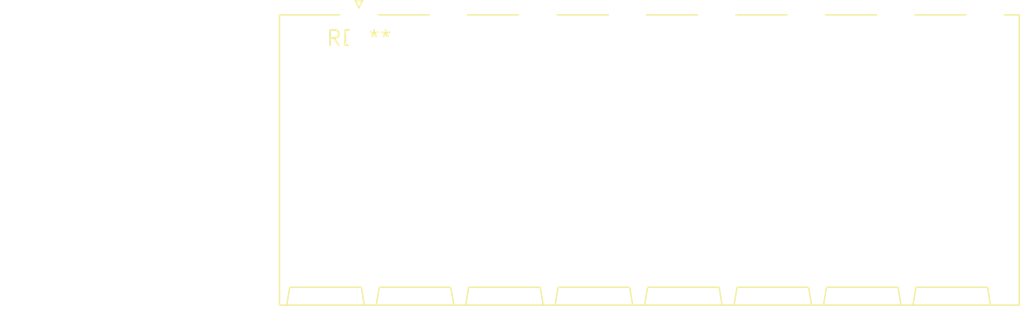
<source format=kicad_pcb>
(kicad_pcb (version 20240108) (generator pcbnew)
  (layers (0 "F.Cu" signal) (31 "B.Cu" signal) (34 "B.Paste" user) (35 "F.Paste" user) (36 "B.SilkS" user "B.Silkscreen") (37 "F.SilkS" user "F.Silkscreen") (38 "B.Mask" user) (39 "F.Mask" user) (44 "Edge.Cuts" user))
  (net 0 "")
  (footprint "PhoenixContact_SPT_5_8-H-7.5-ZB_1x08_P7.5mm_Horizontal" (layer "F.Cu") (at 0 0)
    (property "Reference" "REF**")
    (property "Value" "PhoenixContact_SPT_5_8-H-7.5-ZB_1x08_P7.5mm_Horizontal")
    (fp_line (start -6.66 -1.96) (end -1.6 -1.96) (layer "F.SilkS") (stroke (width 0.12)))
    (fp_line (start -6.66 22.41) (end -6.66 -1.96) (layer "F.SilkS") (stroke (width 0.12)))
    (fp_line (start -6.05 22.41) (end -5.8 20.91) (layer "F.SilkS") (stroke (width 0.12)))
    (fp_line (start -5.8 20.91) (end 0.2 20.91) (layer "F.SilkS") (stroke (width 0.12)))
    (fp_line (start -0.3 -3.15) (end 0 -2.55) (layer "F.SilkS") (stroke (width 0.12)))
    (fp_line (start -0.3 -3.15) (end 0.3 -3.15) (layer "F.SilkS") (stroke (width 0.12)))
    (fp_line (start 0.3 -3.15) (end 0 -2.55) (layer "F.SilkS") (stroke (width 0.12)))
    (fp_line (start 0.45 22.41) (end 0.2 20.91) (layer "F.SilkS") (stroke (width 0.12)))
    (fp_line (start 1.45 22.41) (end 1.7 20.91) (layer "F.SilkS") (stroke (width 0.12)))
    (fp_line (start 1.6 -1.96) (end 5.9 -1.96) (layer "F.SilkS") (stroke (width 0.12)))
    (fp_line (start 1.7 20.91) (end 7.7 20.91) (layer "F.SilkS") (stroke (width 0.12)))
    (fp_line (start 7.95 22.41) (end 7.7 20.91) (layer "F.SilkS") (stroke (width 0.12)))
    (fp_line (start 8.95 22.41) (end 9.2 20.91) (layer "F.SilkS") (stroke (width 0.12)))
    (fp_line (start 9.1 -1.96) (end 13.4 -1.96) (layer "F.SilkS") (stroke (width 0.12)))
    (fp_line (start 9.2 20.91) (end 15.2 20.91) (layer "F.SilkS") (stroke (width 0.12)))
    (fp_line (start 15.45 22.41) (end 15.2 20.91) (layer "F.SilkS") (stroke (width 0.12)))
    (fp_line (start 16.45 22.41) (end 16.7 20.91) (layer "F.SilkS") (stroke (width 0.12)))
    (fp_line (start 16.6 -1.96) (end 20.9 -1.96) (layer "F.SilkS") (stroke (width 0.12)))
    (fp_line (start 16.7 20.91) (end 22.7 20.91) (layer "F.SilkS") (stroke (width 0.12)))
    (fp_line (start 22.95 22.41) (end 22.7 20.91) (layer "F.SilkS") (stroke (width 0.12)))
    (fp_line (start 23.95 22.41) (end 24.2 20.91) (layer "F.SilkS") (stroke (width 0.12)))
    (fp_line (start 24.1 -1.96) (end 28.4 -1.96) (layer "F.SilkS") (stroke (width 0.12)))
    (fp_line (start 24.2 20.91) (end 30.2 20.91) (layer "F.SilkS") (stroke (width 0.12)))
    (fp_line (start 30.45 22.41) (end 30.2 20.91) (layer "F.SilkS") (stroke (width 0.12)))
    (fp_line (start 31.45 22.41) (end 31.7 20.91) (layer "F.SilkS") (stroke (width 0.12)))
    (fp_line (start 31.6 -1.96) (end 35.9 -1.96) (layer "F.SilkS") (stroke (width 0.12)))
    (fp_line (start 31.7 20.91) (end 37.7 20.91) (layer "F.SilkS") (stroke (width 0.12)))
    (fp_line (start 37.95 22.41) (end 37.7 20.91) (layer "F.SilkS") (stroke (width 0.12)))
    (fp_line (start 38.95 22.41) (end 39.2 20.91) (layer "F.SilkS") (stroke (width 0.12)))
    (fp_line (start 39.1 -1.96) (end 43.4 -1.96) (layer "F.SilkS") (stroke (width 0.12)))
    (fp_line (start 39.2 20.91) (end 45.2 20.91) (layer "F.SilkS") (stroke (width 0.12)))
    (fp_line (start 45.45 22.41) (end 45.2 20.91) (layer "F.SilkS") (stroke (width 0.12)))
    (fp_line (start 46.45 22.41) (end 46.7 20.91) (layer "F.SilkS") (stroke (width 0.12)))
    (fp_line (start 46.6 -1.96) (end 50.9 -1.96) (layer "F.SilkS") (stroke (width 0.12)))
    (fp_line (start 46.7 20.91) (end 52.7 20.91) (layer "F.SilkS") (stroke (width 0.12)))
    (fp_line (start 52.95 22.41) (end 52.7 20.91) (layer "F.SilkS") (stroke (width 0.12)))
    (fp_line (start 54.1 -1.96) (end 55.36 -1.96) (layer "F.SilkS") (stroke (width 0.12)))
    (fp_line (start 55.36 -1.96) (end 55.36 22.41) (layer "F.SilkS") (stroke (width 0.12)))
    (fp_line (start 55.36 22.41) (end -6.66 22.41) (layer "F.SilkS") (stroke (width 0.12)))
    (pad "1" thru_hole roundrect (at 0 0) (size 2.8 4.3) (drill 2.1) (layers *.Cu *.Mask) (remove_unused_layers) (roundrect_rratio 0.089286))
    (pad "2" thru_hole oval (at 7.5 13.2) (size 2.8 4.3) (drill 2.1) (layers *.Cu *.Mask) (remove_unused_layers))
    (pad "3" thru_hole oval (at 15 0) (size 2.8 4.3) (drill 2.1) (layers *.Cu *.Mask) (remove_unused_layers))
    (pad "4" thru_hole oval (at 22.5 13.2) (size 2.8 4.3) (drill 2.1) (layers *.Cu *.Mask) (remove_unused_layers))
    (pad "5" thru_hole oval (at 30 0) (size 2.8 4.3) (drill 2.1) (layers *.Cu *.Mask) (remove_unused_layers))
    (pad "6" thru_hole oval (at 37.5 13.2) (size 2.8 4.3) (drill 2.1) (layers *.Cu *.Mask) (remove_unused_layers))
    (pad "7" thru_hole oval (at 45 0) (size 2.8 4.3) (drill 2.1) (layers *.Cu *.Mask) (remove_unused_layers))
    (pad "8" thru_hole oval (at 52.5 13.2) (size 2.8 4.3) (drill 2.1) (layers *.Cu *.Mask) (remove_unused_layers))
  )
)
</source>
